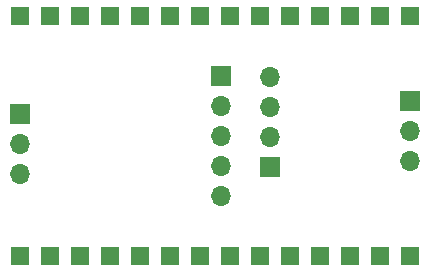
<source format=gbr>
G04 #@! TF.GenerationSoftware,KiCad,Pcbnew,5.1.5*
G04 #@! TF.CreationDate,2019-12-05T19:55:24+01:00*
G04 #@! TF.ProjectId,tiny328room,74696e79-3332-4387-926f-6f6d2e6b6963,rev?*
G04 #@! TF.SameCoordinates,Original*
G04 #@! TF.FileFunction,Soldermask,Bot*
G04 #@! TF.FilePolarity,Negative*
%FSLAX46Y46*%
G04 Gerber Fmt 4.6, Leading zero omitted, Abs format (unit mm)*
G04 Created by KiCad (PCBNEW 5.1.5) date 2019-12-05 19:55:24*
%MOMM*%
%LPD*%
G04 APERTURE LIST*
%ADD10R,1.700000X1.700000*%
%ADD11O,1.700000X1.700000*%
%ADD12R,1.600000X1.600000*%
G04 APERTURE END LIST*
D10*
X129565400Y-76885800D03*
D11*
X129565400Y-79425800D03*
X129565400Y-81965800D03*
X129565400Y-84505800D03*
X129565400Y-87045800D03*
D10*
X133705600Y-84607400D03*
D11*
X133705600Y-82067400D03*
X133705600Y-79527400D03*
X133705600Y-76987400D03*
X145567400Y-84048600D03*
X145567400Y-81508600D03*
D10*
X145567400Y-78968600D03*
X112547400Y-80111600D03*
D11*
X112547400Y-82651600D03*
X112547400Y-85191600D03*
D12*
X112534600Y-92113000D03*
X115074600Y-92113000D03*
X117614600Y-92113000D03*
X120154600Y-92113000D03*
X122694600Y-92113000D03*
X125234600Y-92113000D03*
X127774600Y-92113000D03*
X130314600Y-92113000D03*
X132854600Y-92113000D03*
X135394600Y-92113000D03*
X137934600Y-92113000D03*
X140474600Y-92113000D03*
X143014600Y-92113000D03*
X145554600Y-92113000D03*
X112534600Y-71793000D03*
X115074600Y-71793000D03*
X117614600Y-71793000D03*
X120154600Y-71793000D03*
X122694600Y-71793000D03*
X125234600Y-71793000D03*
X127774600Y-71793000D03*
X130314600Y-71793000D03*
X132854600Y-71793000D03*
X135394600Y-71793000D03*
X137934600Y-71793000D03*
X140474600Y-71793000D03*
X143014600Y-71793000D03*
X145554600Y-71793000D03*
M02*

</source>
